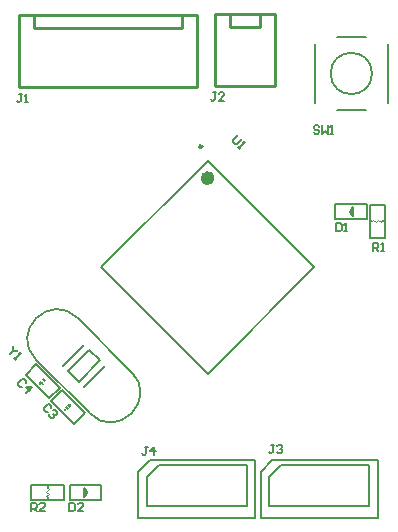
<source format=gto>
G04*
G04 #@! TF.GenerationSoftware,Altium Limited,Altium NEXUS,4.0.7 (54)*
G04*
G04 Layer_Color=65535*
%FSLAX44Y44*%
%MOMM*%
G71*
G04*
G04 #@! TF.SameCoordinates,2F636ACE-6931-4982-A4A6-23C36C612785*
G04*
G04*
G04 #@! TF.FilePolarity,Positive*
G04*
G01*
G75*
%ADD10C,0.1400*%
%ADD11C,0.6000*%
%ADD12C,0.2500*%
%ADD13C,0.1270*%
%ADD14C,0.2000*%
%ADD15C,0.2540*%
%ADD16C,0.1250*%
%ADD17C,0.1600*%
D10*
X132700Y92445D02*
G03*
X168055Y127800I17678J17678D01*
G01*
X122800Y173055D02*
G03*
X87445Y137700I-17678J-17678D01*
G01*
X87442Y137703D02*
X132703Y92442D01*
X122797Y173058D02*
X168058Y127797D01*
X114280Y128260D02*
X132240Y146220D01*
X141220Y137240D01*
X123260Y119280D02*
X141220Y137240D01*
X114280Y128260D02*
X123260Y119280D01*
X109789Y132750D02*
X127750Y150710D01*
Y114789D02*
X145710Y132750D01*
D11*
X235500Y291660D02*
G03*
X235500Y291660I-3000J0D01*
G01*
D12*
X227916Y318354D02*
G03*
X227916Y318354I-1250J0D01*
G01*
D13*
X371750Y380250D02*
G03*
X371750Y380250I-17500J0D01*
G01*
X97120Y19250D02*
Y21250D01*
Y29250D02*
Y31250D01*
X111090Y18900D02*
Y31600D01*
X83150D02*
X111090D01*
X83150Y18900D02*
Y31600D01*
Y18900D02*
X111090D01*
X380000Y255250D02*
X382000D01*
X370000D02*
X372000D01*
X369650Y269220D02*
X382350D01*
X369650Y241280D02*
Y269220D01*
Y241280D02*
X382350D01*
Y269220D01*
X341850Y411250D02*
X366650D01*
X323250Y355450D02*
Y405050D01*
X385250Y355450D02*
Y405050D01*
X341850Y349250D02*
X366650D01*
X340665Y256650D02*
X367335D01*
X340665D02*
Y269350D01*
X367335D01*
Y256650D02*
Y269350D01*
X355270Y259190D02*
Y266810D01*
X354000Y264905D02*
X355270Y266810D01*
X352730Y263000D02*
X354000Y264905D01*
X352730Y263000D02*
X354000Y261095D01*
X355270Y259190D01*
X354635Y260460D02*
Y265540D01*
X354000Y261095D02*
Y264905D01*
X116045Y31850D02*
X142715D01*
Y19150D02*
Y31850D01*
X116045Y19150D02*
X142715D01*
X116045D02*
Y31850D01*
X128110Y21690D02*
Y29310D01*
Y21690D02*
X129380Y23595D01*
X130650Y25500D01*
X129380Y27405D02*
X130650Y25500D01*
X128110Y29310D02*
X129380Y27405D01*
X128745Y22960D02*
Y28040D01*
X129380Y23595D02*
Y27405D01*
X115802Y99276D02*
X116686Y100160D01*
X114565Y99806D02*
X116333Y98039D01*
X112444Y97685D02*
X114211Y95917D01*
X112090Y95564D02*
X112974Y96448D01*
X100020Y103250D02*
X109000Y112230D01*
X100020Y103250D02*
X119776Y83493D01*
X128757Y92474D01*
X109000Y112230D02*
X128757Y92474D01*
X90702Y117202D02*
X91586Y118086D01*
X91055Y119323D02*
X92823Y117555D01*
X93177Y121445D02*
X94944Y119677D01*
X94414Y120914D02*
X95298Y121798D01*
X98388Y105132D02*
X107368Y114112D01*
X87612Y133868D02*
X107368Y114112D01*
X78632Y124888D02*
X87612Y133868D01*
X78632Y124888D02*
X98388Y105132D01*
D14*
X277500Y43000D02*
X287500Y53000D01*
X376500D01*
Y4000D02*
Y53000D01*
X277500Y4000D02*
X376500D01*
X277500D02*
Y43000D01*
X284500Y39000D02*
X294500Y49000D01*
X369500D01*
Y14000D02*
Y49000D01*
X284500Y14000D02*
X369500D01*
X284500D02*
Y39000D01*
X174000Y42750D02*
X184000Y52750D01*
X273000D01*
Y3750D02*
Y52750D01*
X174000Y3750D02*
X273000D01*
X174000D02*
Y42750D01*
X181000Y38750D02*
X191000Y48750D01*
X266000D01*
Y13750D02*
Y48750D01*
X181000Y13750D02*
X266000D01*
X181000D02*
X181000Y38750D01*
X142697Y216000D02*
X232500Y126197D01*
Y305803D02*
X322303Y216000D01*
X232500Y126197D02*
X322303Y216000D01*
X142697D02*
X232500Y305803D01*
D15*
X238600Y369250D02*
Y430250D01*
X276700Y419251D02*
Y430150D01*
X251300Y419251D02*
Y430150D01*
Y419251D02*
X276700D01*
X289400Y369250D02*
Y430250D01*
X238600Y369250D02*
X289400D01*
X238600Y430250D02*
X289400D01*
X73100Y429750D02*
X223900D01*
X73100Y368750D02*
X223900D01*
Y429750D01*
X85800Y418751D02*
X211200D01*
X85800D02*
Y429650D01*
X211200Y418751D02*
Y429650D01*
X73100Y368750D02*
Y429750D01*
D16*
X96120Y26250D02*
X98120Y28250D01*
X97120Y29250D02*
X98124Y28246D01*
X96120Y26250D02*
X98120Y24250D01*
X96120Y22250D02*
X98120Y24250D01*
X96120Y22250D02*
X97124Y21246D01*
X373000Y256250D02*
X375000Y254250D01*
X372000Y255250D02*
X373004Y256254D01*
X375000Y254250D02*
X377000Y256250D01*
Y256250D02*
X379000Y254250D01*
Y254250D02*
X380004Y255254D01*
D17*
X327251Y335083D02*
X326085Y336249D01*
X323752D01*
X322586Y335083D01*
Y333916D01*
X323752Y332750D01*
X326085D01*
X327251Y331584D01*
Y330417D01*
X326085Y329251D01*
X323752D01*
X322586Y330417D01*
X329584Y336249D02*
Y329251D01*
X331916Y331584D01*
X334249Y329251D01*
Y336249D01*
X336581Y329251D02*
X338914D01*
X337748D01*
Y336249D01*
X336581Y335083D01*
X83168Y9501D02*
Y16499D01*
X86667D01*
X87834Y15333D01*
Y13000D01*
X86667Y11834D01*
X83168D01*
X85501D02*
X87834Y9501D01*
X94831D02*
X90166D01*
X94831Y14166D01*
Y15333D01*
X93665Y16499D01*
X91333D01*
X90166Y15333D01*
X115419Y16749D02*
Y9751D01*
X118917D01*
X120084Y10917D01*
Y15583D01*
X118917Y16749D01*
X115419D01*
X127081Y9751D02*
X122416D01*
X127081Y14416D01*
Y15583D01*
X125915Y16749D01*
X123583D01*
X122416Y15583D01*
X68925Y149273D02*
X68101Y148448D01*
Y145149D01*
X71399D01*
X72224Y145974D01*
X68101Y145149D02*
X65627Y142675D01*
X68925Y139376D02*
X70575Y137727D01*
X69750Y138552D01*
X74698Y143500D01*
X73049D01*
X258175Y327773D02*
X254052Y323649D01*
Y322000D01*
X255701Y320351D01*
X257351D01*
X261474Y324474D01*
X258175Y317876D02*
X259825Y316227D01*
X259000Y317052D01*
X263948Y322000D01*
X262299D01*
X372585Y229751D02*
Y236749D01*
X376084D01*
X377250Y235583D01*
Y233250D01*
X376084Y232084D01*
X372585D01*
X374917D02*
X377250Y229751D01*
X379583D02*
X381915D01*
X380749D01*
Y236749D01*
X379583Y235583D01*
X181700Y64407D02*
X179367D01*
X180534D01*
Y58575D01*
X179367Y57409D01*
X178201D01*
X177035Y58575D01*
X187532Y57409D02*
Y64407D01*
X184033Y60908D01*
X188698D01*
X239834Y364249D02*
X237501D01*
X238667D01*
Y358417D01*
X237501Y357251D01*
X236335D01*
X235168Y358417D01*
X246831Y357251D02*
X242166D01*
X246831Y361916D01*
Y363083D01*
X245665Y364249D01*
X243333D01*
X242166Y363083D01*
X288834Y65999D02*
X286501D01*
X287667D01*
Y60167D01*
X286501Y59001D01*
X285335D01*
X284168Y60167D01*
X291166Y64833D02*
X292333Y65999D01*
X294665D01*
X295832Y64833D01*
Y63666D01*
X294665Y62500D01*
X293499D01*
X294665D01*
X295832Y61334D01*
Y60167D01*
X294665Y59001D01*
X292333D01*
X291166Y60167D01*
X75500Y362749D02*
X73167D01*
X74334D01*
Y356917D01*
X73167Y355751D01*
X72001D01*
X70835Y356917D01*
X77833Y355751D02*
X80165D01*
X78999D01*
Y362749D01*
X77833Y361583D01*
X341335Y253499D02*
Y246501D01*
X344834D01*
X346000Y247667D01*
Y252333D01*
X344834Y253499D01*
X341335D01*
X348333Y246501D02*
X350665D01*
X349499D01*
Y253499D01*
X348333Y252333D01*
X78825Y118224D02*
Y119874D01*
X77175Y121523D01*
X75526D01*
X72227Y118224D01*
Y116575D01*
X73877Y114925D01*
X75526D01*
X78825Y109977D02*
X83773Y114925D01*
X78825D01*
X82123Y111627D01*
X100325Y96974D02*
Y98624D01*
X98675Y100273D01*
X97026D01*
X93727Y96974D01*
Y95325D01*
X95377Y93675D01*
X97026D01*
X101974Y95325D02*
X103624D01*
X105273Y93675D01*
Y92026D01*
X104448Y91201D01*
X102799D01*
X101974Y92026D01*
X102799Y91201D01*
Y89552D01*
X101974Y88727D01*
X100325D01*
X98675Y90377D01*
Y92026D01*
M02*

</source>
